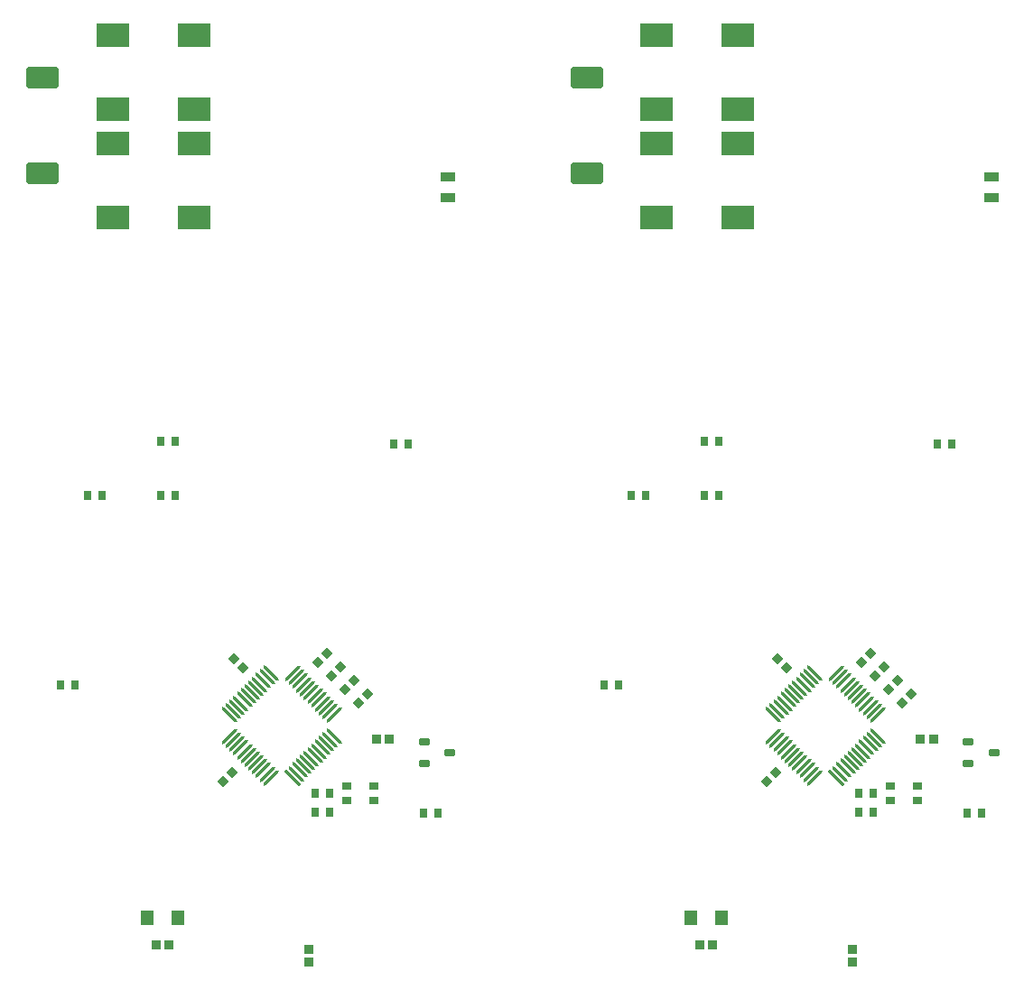
<source format=gbr>
%TF.GenerationSoftware,Altium Limited,Altium Designer,24.3.1 (35)*%
G04 Layer_Color=8421504*
%FSLAX45Y45*%
%MOMM*%
%TF.SameCoordinates,C0A1E697-D952-45A1-8973-6DB72EE3D4FA*%
%TF.FilePolarity,Positive*%
%TF.FileFunction,Paste,Top*%
%TF.Part,CustomerPanel*%
G01*
G75*
%TA.AperFunction,SMDPad,CuDef*%
%ADD11R,1.45000X0.95000*%
G04:AMPARAMS|DCode=12|XSize=3.048mm|YSize=2.032mm|CornerRadius=0.254mm|HoleSize=0mm|Usage=FLASHONLY|Rotation=0.000|XOffset=0mm|YOffset=0mm|HoleType=Round|Shape=RoundedRectangle|*
%AMROUNDEDRECTD12*
21,1,3.04800,1.52400,0,0,0.0*
21,1,2.54000,2.03200,0,0,0.0*
1,1,0.50800,1.27000,-0.76200*
1,1,0.50800,-1.27000,-0.76200*
1,1,0.50800,-1.27000,0.76200*
1,1,0.50800,1.27000,0.76200*
%
%ADD12ROUNDEDRECTD12*%
%ADD13R,3.15000X2.20000*%
G04:AMPARAMS|DCode=16|XSize=0.65mm|YSize=1mm|CornerRadius=0.08125mm|HoleSize=0mm|Usage=FLASHONLY|Rotation=90.000|XOffset=0mm|YOffset=0mm|HoleType=Round|Shape=RoundedRectangle|*
%AMROUNDEDRECTD16*
21,1,0.65000,0.83750,0,0,90.0*
21,1,0.48750,1.00000,0,0,90.0*
1,1,0.16250,0.41875,0.24375*
1,1,0.16250,0.41875,-0.24375*
1,1,0.16250,-0.41875,-0.24375*
1,1,0.16250,-0.41875,0.24375*
%
%ADD16ROUNDEDRECTD16*%
%ADD17R,0.65872X0.81213*%
%ADD18R,0.80872X0.81213*%
%ADD19R,0.81213X0.65872*%
%ADD20R,0.81213X0.80872*%
G04:AMPARAMS|DCode=21|XSize=0.80872mm|YSize=0.81213mm|CornerRadius=0mm|HoleSize=0mm|Usage=FLASHONLY|Rotation=45.000|XOffset=0mm|YOffset=0mm|HoleType=Round|Shape=Rectangle|*
%AMROTATEDRECTD21*
4,1,4,0.00121,-0.57306,-0.57306,0.00121,-0.00121,0.57306,0.57306,-0.00121,0.00121,-0.57306,0.0*
%
%ADD21ROTATEDRECTD21*%

G04:AMPARAMS|DCode=22|XSize=0.80872mm|YSize=0.81213mm|CornerRadius=0mm|HoleSize=0mm|Usage=FLASHONLY|Rotation=315.000|XOffset=0mm|YOffset=0mm|HoleType=Round|Shape=Rectangle|*
%AMROTATEDRECTD22*
4,1,4,-0.57306,-0.00121,0.00121,0.57306,0.57306,0.00121,-0.00121,-0.57306,-0.57306,-0.00121,0.0*
%
%ADD22ROTATEDRECTD22*%

%ADD23R,1.30000X1.40000*%
G04:AMPARAMS|DCode=24|XSize=1.95524mm|YSize=0.31247mm|CornerRadius=0mm|HoleSize=0mm|Usage=FLASHONLY|Rotation=135.000|XOffset=0mm|YOffset=0mm|HoleType=Round|Shape=Rectangle|*
%AMROTATEDRECTD24*
4,1,4,0.80176,-0.58080,0.58080,-0.80176,-0.80176,0.58080,-0.58080,0.80176,0.80176,-0.58080,0.0*
%
%ADD24ROTATEDRECTD24*%

G04:AMPARAMS|DCode=25|XSize=1.95524mm|YSize=0.31247mm|CornerRadius=0.15624mm|HoleSize=0mm|Usage=FLASHONLY|Rotation=135.000|XOffset=0mm|YOffset=0mm|HoleType=Round|Shape=RoundedRectangle|*
%AMROUNDEDRECTD25*
21,1,1.95524,0.00000,0,0,135.0*
21,1,1.64277,0.31247,0,0,135.0*
1,1,0.31247,-0.58080,0.58081*
1,1,0.31247,0.58081,-0.58080*
1,1,0.31247,0.58080,-0.58081*
1,1,0.31247,-0.58081,0.58080*
%
%ADD25ROUNDEDRECTD25*%
G04:AMPARAMS|DCode=26|XSize=0.31247mm|YSize=1.95524mm|CornerRadius=0.15624mm|HoleSize=0mm|Usage=FLASHONLY|Rotation=135.000|XOffset=0mm|YOffset=0mm|HoleType=Round|Shape=RoundedRectangle|*
%AMROUNDEDRECTD26*
21,1,0.31247,1.64277,0,0,135.0*
21,1,0.00000,1.95524,0,0,135.0*
1,1,0.31247,0.58080,0.58081*
1,1,0.31247,0.58081,0.58080*
1,1,0.31247,-0.58080,-0.58081*
1,1,0.31247,-0.58081,-0.58080*
%
%ADD26ROUNDEDRECTD26*%
D11*
X4100002Y8070001D02*
D03*
Y7870001D02*
D03*
X9200002Y8070001D02*
D03*
Y7870001D02*
D03*
D12*
X299999Y8099998D02*
D03*
Y9000001D02*
D03*
X5399999Y8099998D02*
D03*
Y9000001D02*
D03*
D13*
X959998Y8700998D02*
D03*
Y9401001D02*
D03*
X1721998Y7684998D02*
D03*
Y8385001D02*
D03*
X959998Y7684998D02*
D03*
Y8385001D02*
D03*
X1721998Y8700998D02*
D03*
Y9401001D02*
D03*
X6059998Y8700998D02*
D03*
Y9401001D02*
D03*
X6821998Y7684998D02*
D03*
Y8385001D02*
D03*
X6059998Y7684998D02*
D03*
Y8385001D02*
D03*
X6821998Y8700998D02*
D03*
Y9401001D02*
D03*
D16*
X4120500Y2667000D02*
D03*
X3880500Y2565000D02*
D03*
Y2769000D02*
D03*
X9220500Y2667000D02*
D03*
X8980500Y2565000D02*
D03*
Y2769000D02*
D03*
D17*
X2988671Y2108200D02*
D03*
X2853329D02*
D03*
Y2286000D02*
D03*
X2988671D02*
D03*
X3869329Y2095500D02*
D03*
X4004671D02*
D03*
X855071Y5080000D02*
D03*
X719729D02*
D03*
X465729Y3302000D02*
D03*
X601071D02*
D03*
X3725271Y5562600D02*
D03*
X3589929D02*
D03*
X1405529Y5588000D02*
D03*
X1540871D02*
D03*
X1405529Y5080000D02*
D03*
X1540871D02*
D03*
X8088671Y2108200D02*
D03*
X7953329D02*
D03*
Y2286000D02*
D03*
X8088671D02*
D03*
X8969329Y2095500D02*
D03*
X9104671D02*
D03*
X5955071Y5080000D02*
D03*
X5819729D02*
D03*
X5565729Y3302000D02*
D03*
X5701071D02*
D03*
X8825271Y5562600D02*
D03*
X8689929D02*
D03*
X6505529Y5588000D02*
D03*
X6640871D02*
D03*
X6505529Y5080000D02*
D03*
X6640871D02*
D03*
D18*
X3432329Y2794000D02*
D03*
X3552671D02*
D03*
X1362229Y863600D02*
D03*
X1482571D02*
D03*
X8532329Y2794000D02*
D03*
X8652671D02*
D03*
X6462229Y863600D02*
D03*
X6582571D02*
D03*
D19*
X3403600Y2353671D02*
D03*
Y2218329D02*
D03*
X3149600Y2353671D02*
D03*
Y2218329D02*
D03*
X8503600Y2353671D02*
D03*
Y2218329D02*
D03*
X8249600Y2353671D02*
D03*
Y2218329D02*
D03*
D20*
X2794000Y822171D02*
D03*
Y701829D02*
D03*
X7894000Y822171D02*
D03*
Y701829D02*
D03*
D21*
X3132453Y3259453D02*
D03*
X3217547Y3344547D02*
D03*
X3005453Y3386453D02*
D03*
X3090547Y3471547D02*
D03*
X2878453Y3513453D02*
D03*
X2963547Y3598547D02*
D03*
X3344547Y3217547D02*
D03*
X3259453Y3132453D02*
D03*
X1989453Y2395853D02*
D03*
X2074547Y2480947D02*
D03*
X8232453Y3259453D02*
D03*
X8317547Y3344547D02*
D03*
X8105453Y3386453D02*
D03*
X8190547Y3471547D02*
D03*
X7978453Y3513453D02*
D03*
X8063547Y3598547D02*
D03*
X8444547Y3217547D02*
D03*
X8359453Y3132453D02*
D03*
X7089453Y2395853D02*
D03*
X7174547Y2480947D02*
D03*
D22*
X2091053Y3547747D02*
D03*
X2176147Y3462653D02*
D03*
X7191053Y3547747D02*
D03*
X7276147Y3462653D02*
D03*
D23*
X1567400Y1117600D02*
D03*
X1277398D02*
D03*
X6667400D02*
D03*
X6377398D02*
D03*
D24*
X2640799Y2431293D02*
D03*
X7740799D02*
D03*
D25*
X2676151Y2466650D02*
D03*
X2711507Y2502007D02*
D03*
X2746864Y2537358D02*
D03*
X2782216Y2572715D02*
D03*
X2817573Y2608072D02*
D03*
X2852930Y2643429D02*
D03*
X2888286Y2678781D02*
D03*
X2923638Y2714137D02*
D03*
X2958995Y2749494D02*
D03*
X2994352Y2784846D02*
D03*
X3029703Y2820203D02*
D03*
X2439204Y3410707D02*
D03*
X2403847Y3375350D02*
D03*
X2368491Y3339993D02*
D03*
X2333139Y3304642D02*
D03*
X2297782Y3269285D02*
D03*
X2262425Y3233928D02*
D03*
X2227074Y3198571D02*
D03*
X2191717Y3163219D02*
D03*
X2156360Y3127863D02*
D03*
X2121003Y3092506D02*
D03*
X2085651Y3057154D02*
D03*
X2050295Y3021797D02*
D03*
X7776151Y2466650D02*
D03*
X7811507Y2502007D02*
D03*
X7846864Y2537358D02*
D03*
X7882216Y2572715D02*
D03*
X7917573Y2608072D02*
D03*
X7952929Y2643429D02*
D03*
X7988286Y2678781D02*
D03*
X8023638Y2714137D02*
D03*
X8058995Y2749494D02*
D03*
X8094352Y2784846D02*
D03*
X8129703Y2820203D02*
D03*
X7539204Y3410707D02*
D03*
X7503847Y3375350D02*
D03*
X7468491Y3339993D02*
D03*
X7433139Y3304642D02*
D03*
X7397782Y3269285D02*
D03*
X7362425Y3233928D02*
D03*
X7327073Y3198571D02*
D03*
X7291717Y3163219D02*
D03*
X7256360Y3127863D02*
D03*
X7221003Y3092506D02*
D03*
X7185651Y3057154D02*
D03*
X7150295Y3021797D02*
D03*
D26*
X3029703D02*
D03*
X2994352Y3057154D02*
D03*
X2958995Y3092506D02*
D03*
X2923638Y3127863D02*
D03*
X2888286Y3163219D02*
D03*
X2852930Y3198571D02*
D03*
X2817573Y3233928D02*
D03*
X2782216Y3269285D02*
D03*
X2746864Y3304642D02*
D03*
X2711507Y3339993D02*
D03*
X2676151Y3375350D02*
D03*
X2640799Y3410707D02*
D03*
X2050295Y2820203D02*
D03*
X2085651Y2784846D02*
D03*
X2121003Y2749494D02*
D03*
X2156360Y2714137D02*
D03*
X2191717Y2678781D02*
D03*
X2227074Y2643429D02*
D03*
X2262425Y2608072D02*
D03*
X2297782Y2572715D02*
D03*
X2333139Y2537358D02*
D03*
X2368491Y2502007D02*
D03*
X2403847Y2466650D02*
D03*
X2439204Y2431293D02*
D03*
X8129703Y3021797D02*
D03*
X8094352Y3057154D02*
D03*
X8058995Y3092506D02*
D03*
X8023638Y3127863D02*
D03*
X7988286Y3163219D02*
D03*
X7952929Y3198571D02*
D03*
X7917573Y3233928D02*
D03*
X7882216Y3269285D02*
D03*
X7846864Y3304642D02*
D03*
X7811507Y3339993D02*
D03*
X7776151Y3375350D02*
D03*
X7740799Y3410707D02*
D03*
X7150295Y2820203D02*
D03*
X7185651Y2784846D02*
D03*
X7221003Y2749494D02*
D03*
X7256360Y2714137D02*
D03*
X7291717Y2678781D02*
D03*
X7327073Y2643429D02*
D03*
X7362425Y2608072D02*
D03*
X7397782Y2572715D02*
D03*
X7433139Y2537358D02*
D03*
X7468491Y2502007D02*
D03*
X7503847Y2466650D02*
D03*
X7539204Y2431293D02*
D03*
%TF.MD5,24eb1e9f365f1a2a659cbec8fef87fb9*%
M02*

</source>
